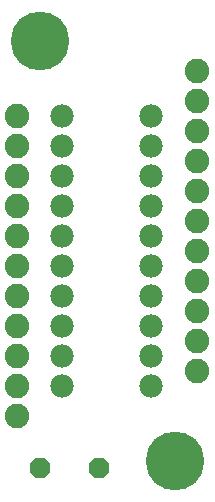
<source format=gts>
G75*
%MOIN*%
%OFA0B0*%
%FSLAX24Y24*%
%IPPOS*%
%LPD*%
%AMOC8*
5,1,8,0,0,1.08239X$1,22.5*
%
%ADD10C,0.1955*%
%ADD11C,0.0820*%
%ADD12C,0.0780*%
%ADD13OC8,0.0674*%
D10*
X006737Y001635D03*
X002237Y015635D03*
D11*
X001487Y003135D03*
X001487Y004135D03*
X001487Y005135D03*
X001487Y006135D03*
X001487Y007135D03*
X001487Y008135D03*
X001487Y009135D03*
X001487Y010135D03*
X001487Y011135D03*
X001487Y012135D03*
X001487Y013135D03*
X007487Y013635D03*
X007487Y014635D03*
X007487Y012635D03*
X007487Y011635D03*
X007487Y010635D03*
X007487Y009635D03*
X007487Y008635D03*
X007487Y007635D03*
X007487Y006635D03*
X007487Y005635D03*
X007487Y004635D03*
D12*
X005939Y005135D03*
X005939Y006135D03*
X005939Y007135D03*
X005939Y008135D03*
X005939Y009135D03*
X005939Y010135D03*
X005939Y011135D03*
X005939Y012135D03*
X005939Y013135D03*
X002987Y013135D03*
X002987Y012135D03*
X002987Y011135D03*
X002987Y010135D03*
X002987Y009135D03*
X002987Y008135D03*
X002987Y007135D03*
X002987Y006135D03*
X002987Y005135D03*
X002987Y004135D03*
X005939Y004135D03*
D13*
X004221Y001385D03*
X002252Y001385D03*
M02*

</source>
